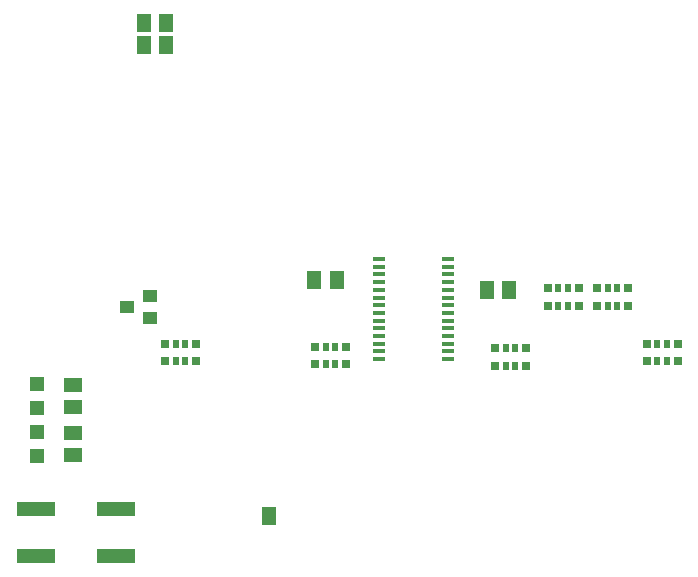
<source format=gbr>
G04 EAGLE Gerber RS-274X export*
G75*
%MOMM*%
%FSLAX34Y34*%
%LPD*%
%INSolderpaste Top*%
%IPPOS*%
%AMOC8*
5,1,8,0,0,1.08239X$1,22.5*%
G01*
%ADD10R,0.990600X0.304800*%
%ADD11R,1.300000X1.500000*%
%ADD12R,1.270000X1.000000*%
%ADD13R,1.200000X1.200000*%
%ADD14R,1.500000X1.300000*%
%ADD15R,0.650000X0.800000*%
%ADD16R,0.500000X0.800000*%
%ADD17R,1.168400X1.600200*%
%ADD18R,3.200000X1.200000*%


D10*
X317532Y278470D03*
X317532Y271970D03*
X317532Y265470D03*
X317532Y258970D03*
X317532Y252470D03*
X317532Y245970D03*
X317532Y239470D03*
X317532Y232970D03*
X375888Y232970D03*
X375888Y239470D03*
X375888Y245970D03*
X375888Y252470D03*
X375888Y258970D03*
X375888Y265470D03*
X375888Y271970D03*
X375888Y278470D03*
X317532Y226470D03*
X317532Y219970D03*
X375888Y226470D03*
X375888Y219970D03*
X317532Y213470D03*
X317532Y206970D03*
X317532Y200470D03*
X317532Y193970D03*
X375888Y193970D03*
X375888Y200470D03*
X375888Y206970D03*
X375888Y213470D03*
D11*
X281915Y261145D03*
X262915Y261145D03*
X408965Y252730D03*
X427965Y252730D03*
D12*
X104170Y238110D03*
X124170Y247610D03*
X124170Y228610D03*
D13*
X27940Y152060D03*
X27940Y173060D03*
D14*
X58420Y153060D03*
X58420Y172060D03*
D15*
X289860Y189350D03*
X289860Y204350D03*
D16*
X280860Y189350D03*
X272860Y189350D03*
D15*
X263860Y189350D03*
X263860Y204350D03*
D16*
X280860Y204350D03*
X272860Y204350D03*
D15*
X570530Y191890D03*
X570530Y206890D03*
D16*
X561530Y191890D03*
X553530Y191890D03*
D15*
X544530Y191890D03*
X544530Y206890D03*
D16*
X561530Y206890D03*
X553530Y206890D03*
D15*
X162860Y191890D03*
X162860Y206890D03*
D16*
X153860Y191890D03*
X145860Y191890D03*
D15*
X136860Y191890D03*
X136860Y206890D03*
D16*
X153860Y206890D03*
X145860Y206890D03*
D15*
X442260Y188080D03*
X442260Y203080D03*
D16*
X433260Y188080D03*
X425260Y188080D03*
D15*
X416260Y188080D03*
X416260Y203080D03*
D16*
X433260Y203080D03*
X425260Y203080D03*
D15*
X460710Y253880D03*
X460710Y238880D03*
D16*
X469710Y253880D03*
X477710Y253880D03*
D15*
X486710Y253880D03*
X486710Y238880D03*
D16*
X469710Y238880D03*
X477710Y238880D03*
D15*
X502620Y253880D03*
X502620Y238880D03*
D16*
X511620Y253880D03*
X519620Y253880D03*
D15*
X528620Y253880D03*
X528620Y238880D03*
D16*
X511620Y238880D03*
X519620Y238880D03*
D11*
X137770Y478790D03*
X118770Y478790D03*
X137770Y459740D03*
X118770Y459740D03*
D17*
X224790Y60960D03*
D13*
X27940Y111420D03*
X27940Y132420D03*
D14*
X58420Y112420D03*
X58420Y131420D03*
D18*
X94960Y26990D03*
X26960Y26990D03*
X26960Y66990D03*
X94960Y66990D03*
M02*

</source>
